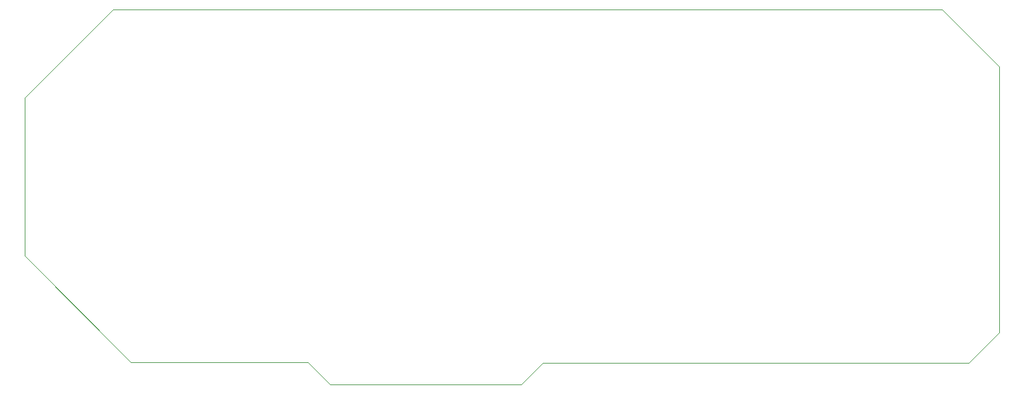
<source format=gbr>
%TF.GenerationSoftware,KiCad,Pcbnew,7.0.7*%
%TF.CreationDate,2024-06-21T15:12:59-06:00*%
%TF.ProjectId,VoiceBoardR3,566f6963-6542-46f6-9172-6452332e6b69,rev?*%
%TF.SameCoordinates,Original*%
%TF.FileFunction,Profile,NP*%
%FSLAX46Y46*%
G04 Gerber Fmt 4.6, Leading zero omitted, Abs format (unit mm)*
G04 Created by KiCad (PCBNEW 7.0.7) date 2024-06-21 15:12:59*
%MOMM*%
%LPD*%
G01*
G04 APERTURE LIST*
%TA.AperFunction,Profile*%
%ADD10C,0.100000*%
%TD*%
G04 APERTURE END LIST*
D10*
X129962500Y-7512500D02*
X129962500Y-43037500D01*
X125912500Y-47087500D01*
X119662500Y-47087500D01*
X69062500Y-47087500D01*
X66212500Y-49937500D01*
X40687500Y-49937500D01*
X37737500Y-46987500D01*
X14162500Y-46987500D01*
X-12500Y-32812500D01*
X-12500Y-11687500D01*
X11762500Y87500D01*
X122362500Y87500D01*
X129962500Y-7512500D01*
M02*

</source>
